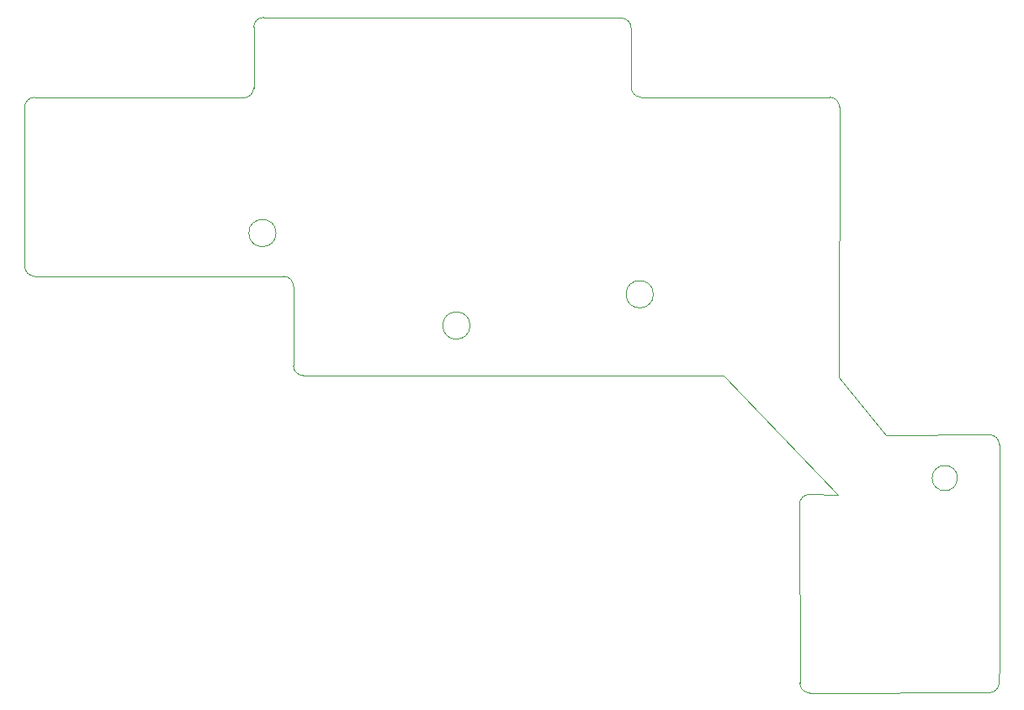
<source format=gbr>
%TF.GenerationSoftware,KiCad,Pcbnew,9.0.0*%
%TF.CreationDate,2025-05-22T09:46:44-07:00*%
%TF.ProjectId,cinco-cinco,63696e63-6f2d-4636-996e-636f2e6b6963,rev?*%
%TF.SameCoordinates,Original*%
%TF.FileFunction,Profile,NP*%
%FSLAX46Y46*%
G04 Gerber Fmt 4.6, Leading zero omitted, Abs format (unit mm)*
G04 Created by KiCad (PCBNEW 9.0.0) date 2025-05-22 09:46:44*
%MOMM*%
%LPD*%
G01*
G04 APERTURE LIST*
%TA.AperFunction,Profile*%
%ADD10C,0.050000*%
%TD*%
G04 APERTURE END LIST*
D10*
X245630000Y-111032892D02*
X240900000Y-105160000D01*
X236970000Y-118000000D02*
X236997108Y-135992893D01*
X159997107Y-95002893D02*
G75*
G02*
X158997107Y-94002893I-7J999993D01*
G01*
X182052893Y-76032893D02*
X182047107Y-69927107D01*
X187030000Y-105010000D02*
X229310000Y-104990000D01*
X257079136Y-111990000D02*
X257060000Y-134130000D01*
X236970000Y-118000000D02*
G75*
G02*
X237970000Y-117000000I1000000J0D01*
G01*
X221027107Y-76962893D02*
G75*
G02*
X220027107Y-75962893I-7J999993D01*
G01*
X182047107Y-69927107D02*
G75*
G02*
X183047107Y-68927107I999993J7D01*
G01*
X182052893Y-76032893D02*
G75*
G02*
X181052893Y-77032893I-999993J-7D01*
G01*
X159000000Y-77980000D02*
X158997108Y-94002893D01*
X257052893Y-135982893D02*
G75*
G02*
X256052893Y-136982893I-999993J-7D01*
G01*
X240992892Y-77967107D02*
X240900000Y-105160000D01*
X237970000Y-117000000D02*
X240840000Y-117010000D01*
X256052893Y-136982892D02*
X237997107Y-136992893D01*
X222260000Y-96830000D02*
G75*
G02*
X219510000Y-96830000I-1375000J0D01*
G01*
X219510000Y-96830000D02*
G75*
G02*
X222260000Y-96830000I1375000J0D01*
G01*
X183047100Y-68927107D02*
X219022893Y-68987107D01*
X159000000Y-77980000D02*
G75*
G02*
X160000000Y-76980000I1000000J0D01*
G01*
X186052892Y-96017107D02*
X186030000Y-104010000D01*
X240838774Y-117010000D02*
X229310000Y-104990000D01*
X185052893Y-95017107D02*
G75*
G02*
X186052893Y-96017107I7J-999993D01*
G01*
X220022893Y-69987100D02*
X220027108Y-75962893D01*
X203815000Y-99980000D02*
G75*
G02*
X201065000Y-99980000I-1375000J0D01*
G01*
X201065000Y-99980000D02*
G75*
G02*
X203815000Y-99980000I1375000J0D01*
G01*
X219022893Y-68987107D02*
G75*
G02*
X220022893Y-69987107I7J-999993D01*
G01*
X159997100Y-95002893D02*
X185052900Y-95017107D01*
X184300000Y-90660000D02*
G75*
G02*
X181550000Y-90660000I-1375000J0D01*
G01*
X181550000Y-90660000D02*
G75*
G02*
X184300000Y-90660000I1375000J0D01*
G01*
X239992893Y-76967107D02*
G75*
G02*
X240992893Y-77967107I7J-999993D01*
G01*
X256080000Y-110990000D02*
G75*
G02*
X257080000Y-111990000I0J-1000000D01*
G01*
X187030493Y-105009999D02*
G75*
G02*
X186030001Y-104010000I-493J999999D01*
G01*
X160000000Y-76980000D02*
X181052900Y-77032893D01*
X252860000Y-115350000D02*
G75*
G02*
X250320000Y-115350000I-1270000J0D01*
G01*
X250320000Y-115350000D02*
G75*
G02*
X252860000Y-115350000I1270000J0D01*
G01*
X257060000Y-134130000D02*
X257052892Y-135982893D01*
X237997107Y-136992893D02*
G75*
G02*
X236997107Y-135992893I-7J999993D01*
G01*
X221020000Y-76960000D02*
X239992893Y-76967107D01*
X245630000Y-111032892D02*
X256080000Y-110990000D01*
M02*

</source>
